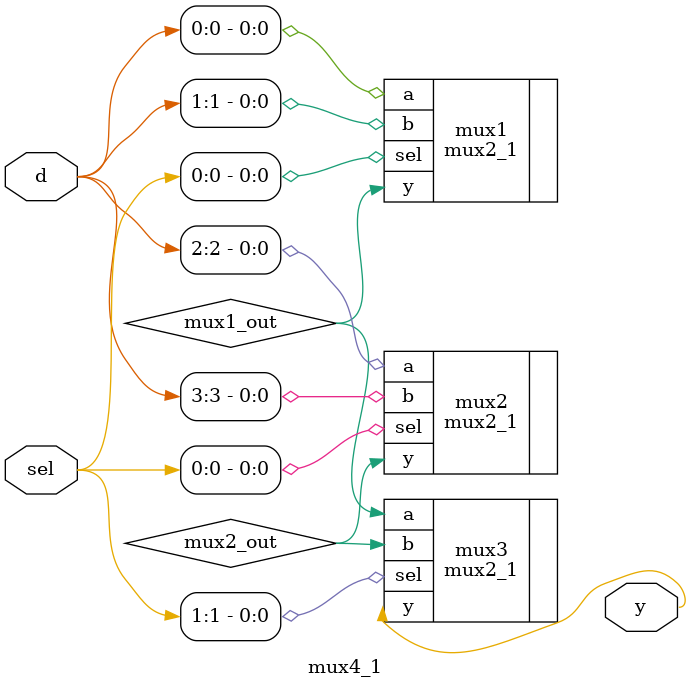
<source format=v>
module mux4_1(
    input [3:0] d, 
    input [1:0] sel,
    output y
);
    wire mux1_out, mux2_out;

    mux2_1 mux1(.a(d[0]), .b(d[1]), .sel(sel[0]), .y(mux1_out));
    mux2_1 mux2(.a(d[2]), .b(d[3]), .sel(sel[0]), .y(mux2_out));
    mux2_1 mux3(.a(mux1_out), .b(mux2_out), .sel(sel[1]), .y(y));
endmodule

</source>
